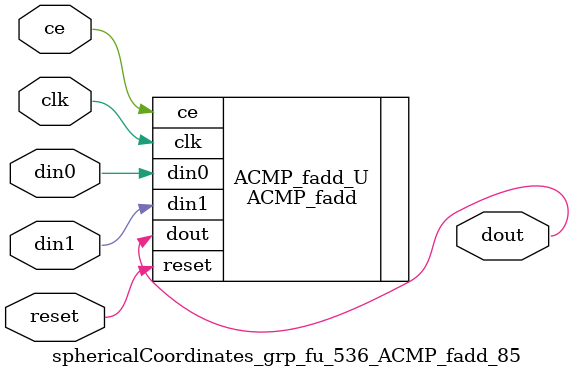
<source format=v>

`timescale 1 ns / 1 ps
module sphericalCoordinates_grp_fu_536_ACMP_fadd_85(
    clk,
    reset,
    ce,
    din0,
    din1,
    dout);

parameter ID = 32'd1;
parameter NUM_STAGE = 32'd1;
parameter din0_WIDTH = 32'd1;
parameter din1_WIDTH = 32'd1;
parameter dout_WIDTH = 32'd1;
input clk;
input reset;
input ce;
input[din0_WIDTH - 1:0] din0;
input[din1_WIDTH - 1:0] din1;
output[dout_WIDTH - 1:0] dout;



ACMP_fadd #(
.ID( ID ),
.NUM_STAGE( 4 ),
.din0_WIDTH( din0_WIDTH ),
.din1_WIDTH( din1_WIDTH ),
.dout_WIDTH( dout_WIDTH ))
ACMP_fadd_U(
    .clk( clk ),
    .reset( reset ),
    .ce( ce ),
    .din0( din0 ),
    .din1( din1 ),
    .dout( dout ));

endmodule

</source>
